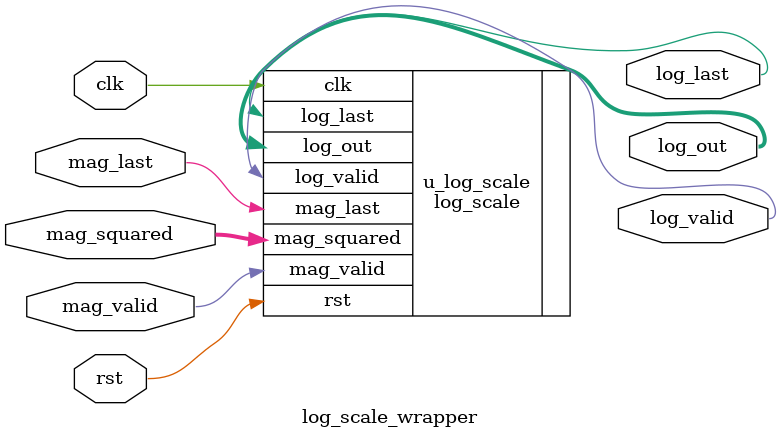
<source format=v>
module log_scale_wrapper (
    input  wire        clk,
    input  wire        rst,

    input  wire [31:0] mag_squared,
    input  wire        mag_valid,
    input  wire        mag_last,

    output wire [7:0]  log_out,
    output wire        log_valid,
    output wire        log_last
);

    log_scale u_log_scale (
        .clk(clk),
        .rst(rst),
        .mag_squared(mag_squared),
        .mag_valid(mag_valid),
        .mag_last(mag_last),
        .log_out(log_out),
        .log_valid(log_valid),
        .log_last(log_last)
    );

endmodule

</source>
